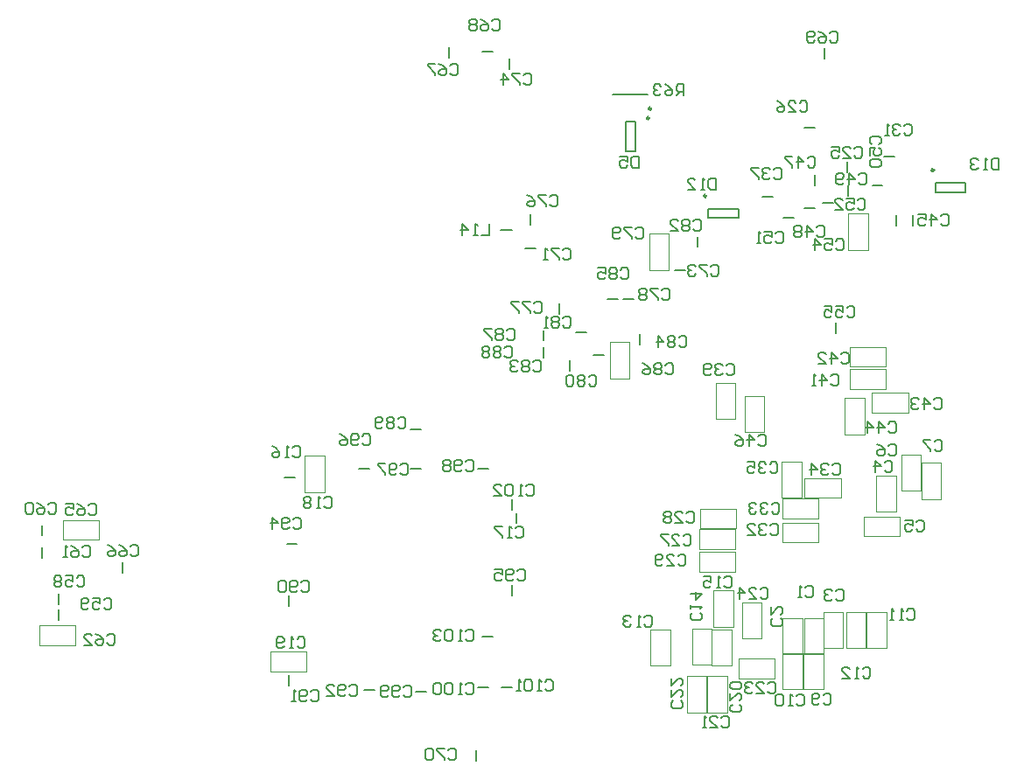
<source format=gbo>
G04*
G04 #@! TF.GenerationSoftware,Altium Limited,Altium Designer,18.0.12 (696)*
G04*
G04 Layer_Color=3150156*
%FSLAX44Y44*%
%MOMM*%
G71*
G01*
G75*
%ADD10C,0.2000*%
%ADD11C,0.2500*%
%ADD16C,0.1000*%
D10*
X1281750Y485000D02*
Y495000D01*
X1187000Y596250D02*
Y605250D01*
X1158000Y596250D02*
X1187000D01*
X1158000D02*
Y605250D01*
X1187000D01*
X1407000Y621250D02*
Y630250D01*
X1378000Y621250D02*
X1407000D01*
X1378000D02*
Y630250D01*
X1407000D01*
X529950Y222300D02*
Y232300D01*
Y207300D02*
Y217300D01*
X513500Y267500D02*
Y277500D01*
Y289000D02*
Y299000D01*
X591500Y253000D02*
Y263000D01*
X748250Y345500D02*
X758250D01*
X750250Y280750D02*
X760250D01*
X752500Y220750D02*
Y230750D01*
Y143750D02*
Y153750D01*
X825000Y139750D02*
X835000D01*
X875000Y138000D02*
X885000D01*
X933550Y71200D02*
Y81200D01*
X935250Y142000D02*
X945250D01*
X958250D02*
X968250D01*
X967750Y230750D02*
Y240750D01*
X939250Y191250D02*
X949250D01*
X968000Y313750D02*
Y323750D01*
X972460Y300750D02*
Y310750D01*
X935000Y354000D02*
X945000D01*
X870000Y353500D02*
X880000D01*
X869750Y391500D02*
X879750D01*
X957000Y585000D02*
X968000D01*
X985500Y590000D02*
Y600000D01*
X980750Y567000D02*
X990750D01*
X1047000Y463950D02*
X1057000D01*
X1024000Y448500D02*
Y458500D01*
X998250Y461250D02*
Y471250D01*
Y477750D02*
Y487750D01*
X1029750Y485500D02*
X1039750D01*
X1013750Y503500D02*
Y513500D01*
X1091750Y474000D02*
Y484000D01*
X1060500Y518250D02*
X1070500D01*
X1075750D02*
X1085750D01*
X1078250Y661000D02*
X1087250D01*
X1078250D02*
Y690000D01*
X1087250D01*
Y661000D02*
Y690000D01*
X1125550Y545884D02*
X1135550D01*
X1147750Y568250D02*
Y578250D01*
X1260750Y628000D02*
Y638000D01*
X1293000Y617750D02*
Y627750D01*
X1269000Y610750D02*
X1279000D01*
X1251050Y605550D02*
X1261050D01*
X1210550Y617300D02*
X1220550D01*
X1231000Y596750D02*
X1241000D01*
X1292000Y640750D02*
Y650750D01*
X1316550Y628050D02*
X1326550D01*
X1339550Y589050D02*
Y599050D01*
X1355550Y589050D02*
Y599050D01*
X1328250Y656000D02*
X1338250D01*
X1250800Y683800D02*
X1260800D01*
X939250Y757500D02*
X949250D01*
X906950Y751800D02*
Y761800D01*
X965700Y740800D02*
Y750800D01*
X1065500Y716250D02*
X1099500D01*
X1270000Y750500D02*
Y760500D01*
X820000Y353250D02*
X830000D01*
X1439250Y653997D02*
Y643000D01*
X1433752D01*
X1431919Y644833D01*
Y652164D01*
X1433752Y653997D01*
X1439250D01*
X1428254Y643000D02*
X1424588D01*
X1426421D01*
Y653997D01*
X1428254Y652164D01*
X1419090D02*
X1417257Y653997D01*
X1413592D01*
X1411759Y652164D01*
Y650331D01*
X1413592Y648498D01*
X1415424D01*
X1413592D01*
X1411759Y646665D01*
Y644833D01*
X1413592Y643000D01*
X1417257D01*
X1419090Y644833D01*
X1165500Y634996D02*
Y624000D01*
X1160002D01*
X1158169Y625833D01*
Y633164D01*
X1160002Y634996D01*
X1165500D01*
X1154504Y624000D02*
X1150838D01*
X1152671D01*
Y634996D01*
X1154504Y633164D01*
X1138009Y624000D02*
X1145340D01*
X1138009Y631331D01*
Y633164D01*
X1139842Y634996D01*
X1143507D01*
X1145340Y633164D01*
X755919Y373664D02*
X757752Y375496D01*
X761417D01*
X763250Y373664D01*
Y366333D01*
X761417Y364500D01*
X757752D01*
X755919Y366333D01*
X752253Y364500D02*
X748588D01*
X750421D01*
Y375496D01*
X752253Y373664D01*
X735759Y375496D02*
X739424Y373664D01*
X743090Y369998D01*
Y366333D01*
X741257Y364500D01*
X737592D01*
X735759Y366333D01*
Y368166D01*
X737592Y369998D01*
X743090D01*
X1292169Y509164D02*
X1294002Y510997D01*
X1297667D01*
X1299500Y509164D01*
Y501833D01*
X1297667Y500000D01*
X1294002D01*
X1292169Y501833D01*
X1281173Y510997D02*
X1288504D01*
Y505498D01*
X1284838Y507331D01*
X1283005D01*
X1281173Y505498D01*
Y501833D01*
X1283005Y500000D01*
X1286671D01*
X1288504Y501833D01*
X1270176Y510997D02*
X1277507D01*
Y505498D01*
X1273842Y507331D01*
X1272009D01*
X1270176Y505498D01*
Y501833D01*
X1272009Y500000D01*
X1275674D01*
X1277507Y501833D01*
X760419Y188914D02*
X762252Y190746D01*
X765917D01*
X767750Y188914D01*
Y181583D01*
X765917Y179750D01*
X762252D01*
X760419Y181583D01*
X756754Y179750D02*
X753088D01*
X754921D01*
Y190746D01*
X756754Y188914D01*
X747590Y181583D02*
X745757Y179750D01*
X742092D01*
X740259Y181583D01*
Y188914D01*
X742092Y190746D01*
X745757D01*
X747590Y188914D01*
Y187081D01*
X745757Y185248D01*
X740259D01*
X786419Y324664D02*
X788252Y326497D01*
X791917D01*
X793750Y324664D01*
Y317333D01*
X791917Y315500D01*
X788252D01*
X786419Y317333D01*
X782754Y315500D02*
X779088D01*
X780921D01*
Y326497D01*
X782754Y324664D01*
X773590D02*
X771757Y326497D01*
X768092D01*
X766259Y324664D01*
Y322831D01*
X768092Y320998D01*
X766259Y319165D01*
Y317333D01*
X768092Y315500D01*
X771757D01*
X773590Y317333D01*
Y319165D01*
X771757Y320998D01*
X773590Y322831D01*
Y324664D01*
X771757Y320998D02*
X768092D01*
X1251919Y238164D02*
X1253752Y239996D01*
X1257417D01*
X1259250Y238164D01*
Y230833D01*
X1257417Y229000D01*
X1253752D01*
X1251919Y230833D01*
X1248254Y229000D02*
X1244588D01*
X1246421D01*
Y239996D01*
X1248254Y238164D01*
X1227664Y208581D02*
X1229496Y206748D01*
Y203083D01*
X1227664Y201250D01*
X1220333D01*
X1218500Y203083D01*
Y206748D01*
X1220333Y208581D01*
X1218500Y219577D02*
Y212246D01*
X1225831Y219577D01*
X1227664D01*
X1229496Y217745D01*
Y214079D01*
X1227664Y212246D01*
X1281419Y235164D02*
X1283252Y236996D01*
X1286917D01*
X1288750Y235164D01*
Y227833D01*
X1286917Y226000D01*
X1283252D01*
X1281419Y227833D01*
X1277754Y235164D02*
X1275921Y236996D01*
X1272255D01*
X1270423Y235164D01*
Y233331D01*
X1272255Y231498D01*
X1274088D01*
X1272255D01*
X1270423Y229666D01*
Y227833D01*
X1272255Y226000D01*
X1275921D01*
X1277754Y227833D01*
X1328669Y359664D02*
X1330502Y361497D01*
X1334167D01*
X1336000Y359664D01*
Y352333D01*
X1334167Y350500D01*
X1330502D01*
X1328669Y352333D01*
X1319505Y350500D02*
Y361497D01*
X1325004Y355998D01*
X1317673D01*
X1359169Y302164D02*
X1361002Y303996D01*
X1364667D01*
X1366500Y302164D01*
Y294833D01*
X1364667Y293000D01*
X1361002D01*
X1359169Y294833D01*
X1348173Y303996D02*
X1355504D01*
Y298498D01*
X1351838Y300331D01*
X1350005D01*
X1348173Y298498D01*
Y294833D01*
X1350005Y293000D01*
X1353671D01*
X1355504Y294833D01*
X1332419Y375664D02*
X1334252Y377496D01*
X1337917D01*
X1339750Y375664D01*
Y368333D01*
X1337917Y366500D01*
X1334252D01*
X1332419Y368333D01*
X1321423Y377496D02*
X1325088Y375664D01*
X1328754Y371998D01*
Y368333D01*
X1326921Y366500D01*
X1323255D01*
X1321423Y368333D01*
Y370165D01*
X1323255Y371998D01*
X1328754D01*
X1376669Y379664D02*
X1378502Y381496D01*
X1382167D01*
X1384000Y379664D01*
Y372333D01*
X1382167Y370500D01*
X1378502D01*
X1376669Y372333D01*
X1373004Y381496D02*
X1365673D01*
Y379664D01*
X1373004Y372333D01*
Y370500D01*
X1269169Y134414D02*
X1271002Y136247D01*
X1274667D01*
X1276500Y134414D01*
Y127083D01*
X1274667Y125250D01*
X1271002D01*
X1269169Y127083D01*
X1265503D02*
X1263671Y125250D01*
X1260005D01*
X1258173Y127083D01*
Y134414D01*
X1260005Y136247D01*
X1263671D01*
X1265503Y134414D01*
Y132581D01*
X1263671Y130748D01*
X1258173D01*
X1243169Y133414D02*
X1245002Y135246D01*
X1248667D01*
X1250500Y133414D01*
Y126083D01*
X1248667Y124250D01*
X1245002D01*
X1243169Y126083D01*
X1239503Y124250D02*
X1235838D01*
X1237671D01*
Y135246D01*
X1239503Y133414D01*
X1230340D02*
X1228507Y135246D01*
X1224842D01*
X1223009Y133414D01*
Y126083D01*
X1224842Y124250D01*
X1228507D01*
X1230340Y126083D01*
Y133414D01*
X1350169Y215914D02*
X1352002Y217747D01*
X1355667D01*
X1357500Y215914D01*
Y208583D01*
X1355667Y206750D01*
X1352002D01*
X1350169Y208583D01*
X1346504Y206750D02*
X1342838D01*
X1344671D01*
Y217747D01*
X1346504Y215914D01*
X1337340Y206750D02*
X1333674D01*
X1335507D01*
Y217747D01*
X1337340Y215914D01*
X1307419Y159914D02*
X1309252Y161747D01*
X1312917D01*
X1314750Y159914D01*
Y152583D01*
X1312917Y150750D01*
X1309252D01*
X1307419Y152583D01*
X1303754Y150750D02*
X1300088D01*
X1301921D01*
Y161747D01*
X1303754Y159914D01*
X1287259Y150750D02*
X1294590D01*
X1287259Y158081D01*
Y159914D01*
X1289092Y161747D01*
X1292757D01*
X1294590Y159914D01*
X1096169Y209914D02*
X1098002Y211747D01*
X1101667D01*
X1103500Y209914D01*
Y202583D01*
X1101667Y200750D01*
X1098002D01*
X1096169Y202583D01*
X1092504Y200750D02*
X1088838D01*
X1090671D01*
Y211747D01*
X1092504Y209914D01*
X1083340D02*
X1081507Y211747D01*
X1077842D01*
X1076009Y209914D01*
Y208081D01*
X1077842Y206248D01*
X1079674D01*
X1077842D01*
X1076009Y204415D01*
Y202583D01*
X1077842Y200750D01*
X1081507D01*
X1083340Y202583D01*
X1149914Y214081D02*
X1151746Y212248D01*
Y208583D01*
X1149914Y206750D01*
X1142583D01*
X1140750Y208583D01*
Y212248D01*
X1142583Y214081D01*
X1140750Y217747D02*
Y221412D01*
Y219579D01*
X1151746D01*
X1149914Y217747D01*
X1140750Y232408D02*
X1151746D01*
X1146248Y226910D01*
Y234241D01*
X1173419Y247414D02*
X1175252Y249247D01*
X1178917D01*
X1180750Y247414D01*
Y240083D01*
X1178917Y238250D01*
X1175252D01*
X1173419Y240083D01*
X1169753Y238250D02*
X1166088D01*
X1167921D01*
Y249247D01*
X1169753Y247414D01*
X1153259Y249247D02*
X1160590D01*
Y243748D01*
X1156924Y245581D01*
X1155092D01*
X1153259Y243748D01*
Y240083D01*
X1155092Y238250D01*
X1158757D01*
X1160590Y240083D01*
X1188414Y125331D02*
X1190246Y123498D01*
Y119833D01*
X1188414Y118000D01*
X1181083D01*
X1179250Y119833D01*
Y123498D01*
X1181083Y125331D01*
X1179250Y136327D02*
Y128996D01*
X1186581Y136327D01*
X1188414D01*
X1190246Y134495D01*
Y130829D01*
X1188414Y128996D01*
Y139993D02*
X1190246Y141826D01*
Y145491D01*
X1188414Y147324D01*
X1181083D01*
X1179250Y145491D01*
Y141826D01*
X1181083Y139993D01*
X1188414D01*
X1170669Y111914D02*
X1172502Y113747D01*
X1176167D01*
X1178000Y111914D01*
Y104583D01*
X1176167Y102750D01*
X1172502D01*
X1170669Y104583D01*
X1159673Y102750D02*
X1167004D01*
X1159673Y110081D01*
Y111914D01*
X1161505Y113747D01*
X1165171D01*
X1167004Y111914D01*
X1156007Y102750D02*
X1152342D01*
X1154174D01*
Y113747D01*
X1156007Y111914D01*
X1131164Y128831D02*
X1132996Y126998D01*
Y123333D01*
X1131164Y121500D01*
X1123833D01*
X1122000Y123333D01*
Y126998D01*
X1123833Y128831D01*
X1122000Y139827D02*
Y132497D01*
X1129331Y139827D01*
X1131164D01*
X1132996Y137995D01*
Y134329D01*
X1131164Y132497D01*
X1122000Y150824D02*
Y143493D01*
X1129331Y150824D01*
X1131164D01*
X1132996Y148991D01*
Y145326D01*
X1131164Y143493D01*
X1215669Y145414D02*
X1217502Y147246D01*
X1221167D01*
X1223000Y145414D01*
Y138083D01*
X1221167Y136250D01*
X1217502D01*
X1215669Y138083D01*
X1204673Y136250D02*
X1212003D01*
X1204673Y143581D01*
Y145414D01*
X1206505Y147246D01*
X1210171D01*
X1212003Y145414D01*
X1201007D02*
X1199174Y147246D01*
X1195509D01*
X1193676Y145414D01*
Y143581D01*
X1195509Y141748D01*
X1197342D01*
X1195509D01*
X1193676Y139916D01*
Y138083D01*
X1195509Y136250D01*
X1199174D01*
X1201007Y138083D01*
X1299419Y663664D02*
X1301252Y665497D01*
X1304917D01*
X1306750Y663664D01*
Y656333D01*
X1304917Y654500D01*
X1301252D01*
X1299419Y656333D01*
X1288423Y654500D02*
X1295753D01*
X1288423Y661831D01*
Y663664D01*
X1290255Y665497D01*
X1293921D01*
X1295753Y663664D01*
X1277426Y665497D02*
X1284757D01*
Y659998D01*
X1281092Y661831D01*
X1279259D01*
X1277426Y659998D01*
Y656333D01*
X1279259Y654500D01*
X1282924D01*
X1284757Y656333D01*
X1246419Y707914D02*
X1248252Y709746D01*
X1251917D01*
X1253750Y707914D01*
Y700583D01*
X1251917Y698750D01*
X1248252D01*
X1246419Y700583D01*
X1235423Y698750D02*
X1242754D01*
X1235423Y706081D01*
Y707914D01*
X1237255Y709746D01*
X1240921D01*
X1242754Y707914D01*
X1224426Y709746D02*
X1228092Y707914D01*
X1231757Y704248D01*
Y700583D01*
X1229924Y698750D01*
X1226259D01*
X1224426Y700583D01*
Y702415D01*
X1226259Y704248D01*
X1231757D01*
X1133919Y288164D02*
X1135752Y289996D01*
X1139417D01*
X1141250Y288164D01*
Y280833D01*
X1139417Y279000D01*
X1135752D01*
X1133919Y280833D01*
X1122923Y279000D02*
X1130254D01*
X1122923Y286331D01*
Y288164D01*
X1124755Y289996D01*
X1128421D01*
X1130254Y288164D01*
X1119257Y289996D02*
X1111926D01*
Y288164D01*
X1119257Y280833D01*
Y279000D01*
X1136919Y310414D02*
X1138752Y312246D01*
X1142417D01*
X1144250Y310414D01*
Y303083D01*
X1142417Y301250D01*
X1138752D01*
X1136919Y303083D01*
X1125923Y301250D02*
X1133253D01*
X1125923Y308581D01*
Y310414D01*
X1127755Y312246D01*
X1131421D01*
X1133253Y310414D01*
X1122257D02*
X1120424Y312246D01*
X1116759D01*
X1114926Y310414D01*
Y308581D01*
X1116759Y306748D01*
X1114926Y304916D01*
Y303083D01*
X1116759Y301250D01*
X1120424D01*
X1122257Y303083D01*
Y304916D01*
X1120424Y306748D01*
X1122257Y308581D01*
Y310414D01*
X1120424Y306748D02*
X1116759D01*
X1128669Y268914D02*
X1130502Y270746D01*
X1134167D01*
X1136000Y268914D01*
Y261583D01*
X1134167Y259750D01*
X1130502D01*
X1128669Y261583D01*
X1117673Y259750D02*
X1125004D01*
X1117673Y267081D01*
Y268914D01*
X1119505Y270746D01*
X1123171D01*
X1125004Y268914D01*
X1114007Y261583D02*
X1112174Y259750D01*
X1108509D01*
X1106676Y261583D01*
Y268914D01*
X1108509Y270746D01*
X1112174D01*
X1114007Y268914D01*
Y267081D01*
X1112174Y265248D01*
X1106676D01*
X1347419Y685664D02*
X1349252Y687496D01*
X1352917D01*
X1354750Y685664D01*
Y678333D01*
X1352917Y676500D01*
X1349252D01*
X1347419Y678333D01*
X1343754Y685664D02*
X1341921Y687496D01*
X1338255D01*
X1336423Y685664D01*
Y683831D01*
X1338255Y681998D01*
X1340088D01*
X1338255D01*
X1336423Y680165D01*
Y678333D01*
X1338255Y676500D01*
X1341921D01*
X1343754Y678333D01*
X1332757Y676500D02*
X1329092D01*
X1330924D01*
Y687496D01*
X1332757Y685664D01*
X1217969Y298414D02*
X1219802Y300247D01*
X1223467D01*
X1225300Y298414D01*
Y291083D01*
X1223467Y289250D01*
X1219802D01*
X1217969Y291083D01*
X1214304Y298414D02*
X1212471Y300247D01*
X1208805D01*
X1206973Y298414D01*
Y296581D01*
X1208805Y294748D01*
X1210638D01*
X1208805D01*
X1206973Y292915D01*
Y291083D01*
X1208805Y289250D01*
X1212471D01*
X1214304Y291083D01*
X1195976Y289250D02*
X1203307D01*
X1195976Y296581D01*
Y298414D01*
X1197809Y300247D01*
X1201475D01*
X1203307Y298414D01*
X1219169Y319164D02*
X1221002Y320997D01*
X1224667D01*
X1226500Y319164D01*
Y311833D01*
X1224667Y310000D01*
X1221002D01*
X1219169Y311833D01*
X1215503Y319164D02*
X1213671Y320997D01*
X1210005D01*
X1208173Y319164D01*
Y317331D01*
X1210005Y315498D01*
X1211838D01*
X1210005D01*
X1208173Y313666D01*
Y311833D01*
X1210005Y310000D01*
X1213671D01*
X1215503Y311833D01*
X1204507Y319164D02*
X1202674Y320997D01*
X1199009D01*
X1197176Y319164D01*
Y317331D01*
X1199009Y315498D01*
X1200842D01*
X1199009D01*
X1197176Y313666D01*
Y311833D01*
X1199009Y310000D01*
X1202674D01*
X1204507Y311833D01*
X1278169Y356664D02*
X1280002Y358497D01*
X1283667D01*
X1285500Y356664D01*
Y349333D01*
X1283667Y347500D01*
X1280002D01*
X1278169Y349333D01*
X1274503Y356664D02*
X1272671Y358497D01*
X1269005D01*
X1267173Y356664D01*
Y354831D01*
X1269005Y352998D01*
X1270838D01*
X1269005D01*
X1267173Y351166D01*
Y349333D01*
X1269005Y347500D01*
X1272671D01*
X1274503Y349333D01*
X1258009Y347500D02*
Y358497D01*
X1263507Y352998D01*
X1256176D01*
X1217669Y358164D02*
X1219502Y359996D01*
X1223167D01*
X1225000Y358164D01*
Y350833D01*
X1223167Y349000D01*
X1219502D01*
X1217669Y350833D01*
X1214004Y358164D02*
X1212171Y359996D01*
X1208505D01*
X1206673Y358164D01*
Y356331D01*
X1208505Y354498D01*
X1210338D01*
X1208505D01*
X1206673Y352665D01*
Y350833D01*
X1208505Y349000D01*
X1212171D01*
X1214004Y350833D01*
X1195676Y359996D02*
X1203007D01*
Y354498D01*
X1199342Y356331D01*
X1197509D01*
X1195676Y354498D01*
Y350833D01*
X1197509Y349000D01*
X1201174D01*
X1203007Y350833D01*
X1221419Y643164D02*
X1223252Y644996D01*
X1226917D01*
X1228750Y643164D01*
Y635833D01*
X1226917Y634000D01*
X1223252D01*
X1221419Y635833D01*
X1217754Y643164D02*
X1215921Y644996D01*
X1212255D01*
X1210423Y643164D01*
Y641331D01*
X1212255Y639498D01*
X1214088D01*
X1212255D01*
X1210423Y637665D01*
Y635833D01*
X1212255Y634000D01*
X1215921D01*
X1217754Y635833D01*
X1206757Y644996D02*
X1199426D01*
Y643164D01*
X1206757Y635833D01*
Y634000D01*
X1175547Y453410D02*
X1177380Y455242D01*
X1181045D01*
X1182878Y453410D01*
Y446079D01*
X1181045Y444246D01*
X1177380D01*
X1175547Y446079D01*
X1171882Y453410D02*
X1170049Y455242D01*
X1166383D01*
X1164551Y453410D01*
Y451577D01*
X1166383Y449744D01*
X1168216D01*
X1166383D01*
X1164551Y447911D01*
Y446079D01*
X1166383Y444246D01*
X1170049D01*
X1171882Y446079D01*
X1160885D02*
X1159052Y444246D01*
X1155387D01*
X1153554Y446079D01*
Y453410D01*
X1155387Y455242D01*
X1159052D01*
X1160885Y453410D01*
Y451577D01*
X1159052Y449744D01*
X1153554D01*
X1276669Y443164D02*
X1278502Y444996D01*
X1282167D01*
X1284000Y443164D01*
Y435833D01*
X1282167Y434000D01*
X1278502D01*
X1276669Y435833D01*
X1267505Y434000D02*
Y444996D01*
X1273004Y439498D01*
X1265673D01*
X1262007Y434000D02*
X1258342D01*
X1260174D01*
Y444996D01*
X1262007Y443164D01*
X1286419Y464164D02*
X1288252Y465997D01*
X1291917D01*
X1293750Y464164D01*
Y456833D01*
X1291917Y455000D01*
X1288252D01*
X1286419Y456833D01*
X1277255Y455000D02*
Y465997D01*
X1282753Y460498D01*
X1275423D01*
X1264426Y455000D02*
X1271757D01*
X1264426Y462331D01*
Y464164D01*
X1266259Y465997D01*
X1269924D01*
X1271757Y464164D01*
X1376419Y420164D02*
X1378252Y421996D01*
X1381917D01*
X1383750Y420164D01*
Y412833D01*
X1381917Y411000D01*
X1378252D01*
X1376419Y412833D01*
X1367255Y411000D02*
Y421996D01*
X1372753Y416498D01*
X1365423D01*
X1361757Y420164D02*
X1359924Y421996D01*
X1356259D01*
X1354426Y420164D01*
Y418331D01*
X1356259Y416498D01*
X1358092D01*
X1356259D01*
X1354426Y414665D01*
Y412833D01*
X1356259Y411000D01*
X1359924D01*
X1361757Y412833D01*
X1332419Y397164D02*
X1334252Y398997D01*
X1337917D01*
X1339750Y397164D01*
Y389833D01*
X1337917Y388000D01*
X1334252D01*
X1332419Y389833D01*
X1323255Y388000D02*
Y398997D01*
X1328754Y393498D01*
X1321423D01*
X1312259Y388000D02*
Y398997D01*
X1317757Y393498D01*
X1310426D01*
X1383169Y598414D02*
X1385002Y600246D01*
X1388667D01*
X1390500Y598414D01*
Y591083D01*
X1388667Y589250D01*
X1385002D01*
X1383169Y591083D01*
X1374005Y589250D02*
Y600246D01*
X1379503Y594748D01*
X1372173D01*
X1361176Y600246D02*
X1368507D01*
Y594748D01*
X1364842Y596581D01*
X1363009D01*
X1361176Y594748D01*
Y591083D01*
X1363009Y589250D01*
X1366674D01*
X1368507Y591083D01*
X1206419Y384914D02*
X1208252Y386746D01*
X1211917D01*
X1213750Y384914D01*
Y377583D01*
X1211917Y375750D01*
X1208252D01*
X1206419Y377583D01*
X1197255Y375750D02*
Y386746D01*
X1202754Y381248D01*
X1195423D01*
X1184426Y386746D02*
X1188092Y384914D01*
X1191757Y381248D01*
Y377583D01*
X1189924Y375750D01*
X1186259D01*
X1184426Y377583D01*
Y379416D01*
X1186259Y381248D01*
X1191757D01*
X1253919Y654414D02*
X1255752Y656246D01*
X1259417D01*
X1261250Y654414D01*
Y647083D01*
X1259417Y645250D01*
X1255752D01*
X1253919Y647083D01*
X1244755Y645250D02*
Y656246D01*
X1250254Y650748D01*
X1242923D01*
X1239257Y656246D02*
X1231926D01*
Y654414D01*
X1239257Y647083D01*
Y645250D01*
X1262919Y586914D02*
X1264752Y588746D01*
X1268417D01*
X1270250Y586914D01*
Y579583D01*
X1268417Y577750D01*
X1264752D01*
X1262919Y579583D01*
X1253755Y577750D02*
Y588746D01*
X1259253Y583248D01*
X1251923D01*
X1248257Y586914D02*
X1246424Y588746D01*
X1242759D01*
X1240926Y586914D01*
Y585081D01*
X1242759Y583248D01*
X1240926Y581415D01*
Y579583D01*
X1242759Y577750D01*
X1246424D01*
X1248257Y579583D01*
Y581415D01*
X1246424Y583248D01*
X1248257Y585081D01*
Y586914D01*
X1246424Y583248D02*
X1242759D01*
X1303669Y637914D02*
X1305502Y639746D01*
X1309167D01*
X1311000Y637914D01*
Y630583D01*
X1309167Y628750D01*
X1305502D01*
X1303669Y630583D01*
X1294505Y628750D02*
Y639746D01*
X1300004Y634248D01*
X1292673D01*
X1289007Y630583D02*
X1287174Y628750D01*
X1283509D01*
X1281676Y630583D01*
Y637914D01*
X1283509Y639746D01*
X1287174D01*
X1289007Y637914D01*
Y636081D01*
X1287174Y634248D01*
X1281676D01*
X1315836Y667919D02*
X1314003Y669752D01*
Y673417D01*
X1315836Y675250D01*
X1323167D01*
X1325000Y673417D01*
Y669752D01*
X1323167Y667919D01*
X1314003Y656923D02*
Y664254D01*
X1319502D01*
X1317669Y660588D01*
Y658755D01*
X1319502Y656923D01*
X1323167D01*
X1325000Y658755D01*
Y662421D01*
X1323167Y664254D01*
X1315836Y653257D02*
X1314003Y651424D01*
Y647759D01*
X1315836Y645926D01*
X1323167D01*
X1325000Y647759D01*
Y651424D01*
X1323167Y653257D01*
X1315836D01*
X1223169Y581414D02*
X1225002Y583246D01*
X1228667D01*
X1230500Y581414D01*
Y574083D01*
X1228667Y572250D01*
X1225002D01*
X1223169Y574083D01*
X1212173Y583246D02*
X1219504D01*
Y577748D01*
X1215838Y579581D01*
X1214005D01*
X1212173Y577748D01*
Y574083D01*
X1214005Y572250D01*
X1217671D01*
X1219504Y574083D01*
X1208507Y572250D02*
X1204842D01*
X1206674D01*
Y583246D01*
X1208507Y581414D01*
X1302419Y613414D02*
X1304252Y615246D01*
X1307917D01*
X1309750Y613414D01*
Y606083D01*
X1307917Y604250D01*
X1304252D01*
X1302419Y606083D01*
X1291423Y615246D02*
X1298754D01*
Y609748D01*
X1295088Y611581D01*
X1293255D01*
X1291423Y609748D01*
Y606083D01*
X1293255Y604250D01*
X1296921D01*
X1298754Y606083D01*
X1280426Y604250D02*
X1287757D01*
X1280426Y611581D01*
Y613414D01*
X1282259Y615246D01*
X1285924D01*
X1287757Y613414D01*
X1281419Y574164D02*
X1283252Y575997D01*
X1286917D01*
X1288750Y574164D01*
Y566833D01*
X1286917Y565000D01*
X1283252D01*
X1281419Y566833D01*
X1270423Y575997D02*
X1277754D01*
Y570498D01*
X1274088Y572331D01*
X1272255D01*
X1270423Y570498D01*
Y566833D01*
X1272255Y565000D01*
X1275921D01*
X1277754Y566833D01*
X1261259Y565000D02*
Y575997D01*
X1266757Y570498D01*
X1259426D01*
X547169Y248164D02*
X549002Y249996D01*
X552667D01*
X554500Y248164D01*
Y240833D01*
X552667Y239000D01*
X549002D01*
X547169Y240833D01*
X536173Y249996D02*
X543504D01*
Y244498D01*
X539838Y246331D01*
X538005D01*
X536173Y244498D01*
Y240833D01*
X538005Y239000D01*
X541671D01*
X543504Y240833D01*
X532507Y248164D02*
X530674Y249996D01*
X527009D01*
X525176Y248164D01*
Y246331D01*
X527009Y244498D01*
X525176Y242666D01*
Y240833D01*
X527009Y239000D01*
X530674D01*
X532507Y240833D01*
Y242666D01*
X530674Y244498D01*
X532507Y246331D01*
Y248164D01*
X530674Y244498D02*
X527009D01*
X573419Y226664D02*
X575252Y228496D01*
X578917D01*
X580750Y226664D01*
Y219333D01*
X578917Y217500D01*
X575252D01*
X573419Y219333D01*
X562423Y228496D02*
X569753D01*
Y222998D01*
X566088Y224831D01*
X564255D01*
X562423Y222998D01*
Y219333D01*
X564255Y217500D01*
X567921D01*
X569753Y219333D01*
X558757D02*
X556924Y217500D01*
X553259D01*
X551426Y219333D01*
Y226664D01*
X553259Y228496D01*
X556924D01*
X558757Y226664D01*
Y224831D01*
X556924Y222998D01*
X551426D01*
X519419Y319164D02*
X521252Y320997D01*
X524917D01*
X526750Y319164D01*
Y311833D01*
X524917Y310000D01*
X521252D01*
X519419Y311833D01*
X508423Y320997D02*
X512088Y319164D01*
X515754Y315498D01*
Y311833D01*
X513921Y310000D01*
X510255D01*
X508423Y311833D01*
Y313666D01*
X510255Y315498D01*
X515754D01*
X504757Y319164D02*
X502924Y320997D01*
X499259D01*
X497426Y319164D01*
Y311833D01*
X499259Y310000D01*
X502924D01*
X504757Y311833D01*
Y319164D01*
X552419Y277414D02*
X554252Y279247D01*
X557917D01*
X559750Y277414D01*
Y270083D01*
X557917Y268250D01*
X554252D01*
X552419Y270083D01*
X541423Y279247D02*
X545088Y277414D01*
X548754Y273748D01*
Y270083D01*
X546921Y268250D01*
X543255D01*
X541423Y270083D01*
Y271915D01*
X543255Y273748D01*
X548754D01*
X537757Y268250D02*
X534092D01*
X535924D01*
Y279247D01*
X537757Y277414D01*
X576419Y192164D02*
X578252Y193997D01*
X581917D01*
X583750Y192164D01*
Y184833D01*
X581917Y183000D01*
X578252D01*
X576419Y184833D01*
X565423Y193997D02*
X569088Y192164D01*
X572753Y188498D01*
Y184833D01*
X570921Y183000D01*
X567255D01*
X565423Y184833D01*
Y186665D01*
X567255Y188498D01*
X572753D01*
X554426Y183000D02*
X561757D01*
X554426Y190331D01*
Y192164D01*
X556259Y193997D01*
X559924D01*
X561757Y192164D01*
X558419Y317914D02*
X560252Y319746D01*
X563917D01*
X565750Y317914D01*
Y310583D01*
X563917Y308750D01*
X560252D01*
X558419Y310583D01*
X547423Y319746D02*
X551088Y317914D01*
X554754Y314248D01*
Y310583D01*
X552921Y308750D01*
X549255D01*
X547423Y310583D01*
Y312416D01*
X549255Y314248D01*
X554754D01*
X536426Y319746D02*
X543757D01*
Y314248D01*
X540092Y316081D01*
X538259D01*
X536426Y314248D01*
Y310583D01*
X538259Y308750D01*
X541924D01*
X543757Y310583D01*
X598919Y277914D02*
X600752Y279746D01*
X604417D01*
X606250Y277914D01*
Y270583D01*
X604417Y268750D01*
X600752D01*
X598919Y270583D01*
X587923Y279746D02*
X591588Y277914D01*
X595253Y274248D01*
Y270583D01*
X593421Y268750D01*
X589755D01*
X587923Y270583D01*
Y272416D01*
X589755Y274248D01*
X595253D01*
X576926Y279746D02*
X580592Y277914D01*
X584257Y274248D01*
Y270583D01*
X582424Y268750D01*
X578759D01*
X576926Y270583D01*
Y272416D01*
X578759Y274248D01*
X584257D01*
X908419Y743914D02*
X910252Y745747D01*
X913917D01*
X915750Y743914D01*
Y736583D01*
X913917Y734750D01*
X910252D01*
X908419Y736583D01*
X897423Y745747D02*
X901088Y743914D01*
X904753Y740248D01*
Y736583D01*
X902921Y734750D01*
X899255D01*
X897423Y736583D01*
Y738416D01*
X899255Y740248D01*
X904753D01*
X893757Y745747D02*
X886426D01*
Y743914D01*
X893757Y736583D01*
Y734750D01*
X948669Y787164D02*
X950502Y788997D01*
X954167D01*
X956000Y787164D01*
Y779833D01*
X954167Y778000D01*
X950502D01*
X948669Y779833D01*
X937673Y788997D02*
X941338Y787164D01*
X945004Y783498D01*
Y779833D01*
X943171Y778000D01*
X939505D01*
X937673Y779833D01*
Y781665D01*
X939505Y783498D01*
X945004D01*
X934007Y787164D02*
X932174Y788997D01*
X928509D01*
X926676Y787164D01*
Y785331D01*
X928509Y783498D01*
X926676Y781665D01*
Y779833D01*
X928509Y778000D01*
X932174D01*
X934007Y779833D01*
Y781665D01*
X932174Y783498D01*
X934007Y785331D01*
Y787164D01*
X932174Y783498D02*
X928509D01*
X1275669Y775414D02*
X1277502Y777246D01*
X1281167D01*
X1283000Y775414D01*
Y768083D01*
X1281167Y766250D01*
X1277502D01*
X1275669Y768083D01*
X1264673Y777246D02*
X1268338Y775414D01*
X1272004Y771748D01*
Y768083D01*
X1270171Y766250D01*
X1266505D01*
X1264673Y768083D01*
Y769915D01*
X1266505Y771748D01*
X1272004D01*
X1261007Y768083D02*
X1259174Y766250D01*
X1255509D01*
X1253676Y768083D01*
Y775414D01*
X1255509Y777246D01*
X1259174D01*
X1261007Y775414D01*
Y773581D01*
X1259174Y771748D01*
X1253676D01*
X1017169Y564914D02*
X1019002Y566746D01*
X1022667D01*
X1024500Y564914D01*
Y557583D01*
X1022667Y555750D01*
X1019002D01*
X1017169Y557583D01*
X1013504Y566746D02*
X1006173D01*
Y564914D01*
X1013504Y557583D01*
Y555750D01*
X1002507D02*
X998842D01*
X1000674D01*
Y566746D01*
X1002507Y564914D01*
X1160419Y549414D02*
X1162252Y551246D01*
X1165917D01*
X1167750Y549414D01*
Y542083D01*
X1165917Y540250D01*
X1162252D01*
X1160419Y542083D01*
X1156753Y551246D02*
X1149423D01*
Y549414D01*
X1156753Y542083D01*
Y540250D01*
X1145757Y549414D02*
X1143924Y551246D01*
X1140259D01*
X1138426Y549414D01*
Y547581D01*
X1140259Y545748D01*
X1142092D01*
X1140259D01*
X1138426Y543915D01*
Y542083D01*
X1140259Y540250D01*
X1143924D01*
X1145757Y542083D01*
X979419Y734414D02*
X981252Y736246D01*
X984917D01*
X986750Y734414D01*
Y727083D01*
X984917Y725250D01*
X981252D01*
X979419Y727083D01*
X975753Y736246D02*
X968423D01*
Y734414D01*
X975753Y727083D01*
Y725250D01*
X959259D02*
Y736246D01*
X964757Y730748D01*
X957426D01*
X1004919Y616664D02*
X1006752Y618497D01*
X1010417D01*
X1012250Y616664D01*
Y609333D01*
X1010417Y607500D01*
X1006752D01*
X1004919Y609333D01*
X1001254Y618497D02*
X993923D01*
Y616664D01*
X1001254Y609333D01*
Y607500D01*
X982926Y618497D02*
X986592Y616664D01*
X990257Y612998D01*
Y609333D01*
X988424Y607500D01*
X984759D01*
X982926Y609333D01*
Y611166D01*
X984759Y612998D01*
X990257D01*
X989419Y513664D02*
X991252Y515496D01*
X994917D01*
X996750Y513664D01*
Y506333D01*
X994917Y504500D01*
X991252D01*
X989419Y506333D01*
X985754Y515496D02*
X978423D01*
Y513664D01*
X985754Y506333D01*
Y504500D01*
X974757Y515496D02*
X967426D01*
Y513664D01*
X974757Y506333D01*
Y504500D01*
X1112919Y526164D02*
X1114752Y527996D01*
X1118417D01*
X1120250Y526164D01*
Y518833D01*
X1118417Y517000D01*
X1114752D01*
X1112919Y518833D01*
X1109254Y527996D02*
X1101923D01*
Y526164D01*
X1109254Y518833D01*
Y517000D01*
X1098257Y526164D02*
X1096424Y527996D01*
X1092759D01*
X1090926Y526164D01*
Y524331D01*
X1092759Y522498D01*
X1090926Y520666D01*
Y518833D01*
X1092759Y517000D01*
X1096424D01*
X1098257Y518833D01*
Y520666D01*
X1096424Y522498D01*
X1098257Y524331D01*
Y526164D01*
X1096424Y522498D02*
X1092759D01*
X1087669Y585664D02*
X1089502Y587496D01*
X1093167D01*
X1095000Y585664D01*
Y578333D01*
X1093167Y576500D01*
X1089502D01*
X1087669Y578333D01*
X1084004Y587496D02*
X1076673D01*
Y585664D01*
X1084004Y578333D01*
Y576500D01*
X1073007Y578333D02*
X1071174Y576500D01*
X1067509D01*
X1065676Y578333D01*
Y585664D01*
X1067509Y587496D01*
X1071174D01*
X1073007Y585664D01*
Y583831D01*
X1071174Y581998D01*
X1065676D01*
X1042419Y442664D02*
X1044252Y444496D01*
X1047917D01*
X1049750Y442664D01*
Y435333D01*
X1047917Y433500D01*
X1044252D01*
X1042419Y435333D01*
X1038754Y442664D02*
X1036921Y444496D01*
X1033255D01*
X1031423Y442664D01*
Y440831D01*
X1033255Y438998D01*
X1031423Y437165D01*
Y435333D01*
X1033255Y433500D01*
X1036921D01*
X1038754Y435333D01*
Y437165D01*
X1036921Y438998D01*
X1038754Y440831D01*
Y442664D01*
X1036921Y438998D02*
X1033255D01*
X1027757Y442664D02*
X1025924Y444496D01*
X1022259D01*
X1020426Y442664D01*
Y435333D01*
X1022259Y433500D01*
X1025924D01*
X1027757Y435333D01*
Y442664D01*
X1017419Y499414D02*
X1019252Y501246D01*
X1022917D01*
X1024750Y499414D01*
Y492083D01*
X1022917Y490250D01*
X1019252D01*
X1017419Y492083D01*
X1013754Y499414D02*
X1011921Y501246D01*
X1008255D01*
X1006423Y499414D01*
Y497581D01*
X1008255Y495748D01*
X1006423Y493915D01*
Y492083D01*
X1008255Y490250D01*
X1011921D01*
X1013754Y492083D01*
Y493915D01*
X1011921Y495748D01*
X1013754Y497581D01*
Y499414D01*
X1011921Y495748D02*
X1008255D01*
X1002757Y490250D02*
X999092D01*
X1000924D01*
Y501246D01*
X1002757Y499414D01*
X1143419Y592914D02*
X1145252Y594747D01*
X1148917D01*
X1150750Y592914D01*
Y585583D01*
X1148917Y583750D01*
X1145252D01*
X1143419Y585583D01*
X1139753Y592914D02*
X1137921Y594747D01*
X1134255D01*
X1132423Y592914D01*
Y591081D01*
X1134255Y589248D01*
X1132423Y587416D01*
Y585583D01*
X1134255Y583750D01*
X1137921D01*
X1139753Y585583D01*
Y587416D01*
X1137921Y589248D01*
X1139753Y591081D01*
Y592914D01*
X1137921Y589248D02*
X1134255D01*
X1121426Y583750D02*
X1128757D01*
X1121426Y591081D01*
Y592914D01*
X1123259Y594747D01*
X1126924D01*
X1128757Y592914D01*
X988669Y456664D02*
X990502Y458496D01*
X994167D01*
X996000Y456664D01*
Y449333D01*
X994167Y447500D01*
X990502D01*
X988669Y449333D01*
X985004Y456664D02*
X983171Y458496D01*
X979505D01*
X977673Y456664D01*
Y454831D01*
X979505Y452998D01*
X977673Y451166D01*
Y449333D01*
X979505Y447500D01*
X983171D01*
X985004Y449333D01*
Y451166D01*
X983171Y452998D01*
X985004Y454831D01*
Y456664D01*
X983171Y452998D02*
X979505D01*
X974007Y456664D02*
X972174Y458496D01*
X968509D01*
X966676Y456664D01*
Y454831D01*
X968509Y452998D01*
X970342D01*
X968509D01*
X966676Y451166D01*
Y449333D01*
X968509Y447500D01*
X972174D01*
X974007Y449333D01*
X1129419Y480414D02*
X1131252Y482247D01*
X1134917D01*
X1136750Y480414D01*
Y473083D01*
X1134917Y471250D01*
X1131252D01*
X1129419Y473083D01*
X1125754Y480414D02*
X1123921Y482247D01*
X1120255D01*
X1118423Y480414D01*
Y478581D01*
X1120255Y476748D01*
X1118423Y474916D01*
Y473083D01*
X1120255Y471250D01*
X1123921D01*
X1125754Y473083D01*
Y474916D01*
X1123921Y476748D01*
X1125754Y478581D01*
Y480414D01*
X1123921Y476748D02*
X1120255D01*
X1109259Y471250D02*
Y482247D01*
X1114757Y476748D01*
X1107426D01*
X1073169Y546164D02*
X1075002Y547996D01*
X1078667D01*
X1080500Y546164D01*
Y538833D01*
X1078667Y537000D01*
X1075002D01*
X1073169Y538833D01*
X1069504Y546164D02*
X1067671Y547996D01*
X1064005D01*
X1062173Y546164D01*
Y544331D01*
X1064005Y542498D01*
X1062173Y540666D01*
Y538833D01*
X1064005Y537000D01*
X1067671D01*
X1069504Y538833D01*
Y540666D01*
X1067671Y542498D01*
X1069504Y544331D01*
Y546164D01*
X1067671Y542498D02*
X1064005D01*
X1051176Y547996D02*
X1058507D01*
Y542498D01*
X1054842Y544331D01*
X1053009D01*
X1051176Y542498D01*
Y538833D01*
X1053009Y537000D01*
X1056674D01*
X1058507Y538833D01*
X1116669Y453914D02*
X1118502Y455746D01*
X1122167D01*
X1124000Y453914D01*
Y446583D01*
X1122167Y444750D01*
X1118502D01*
X1116669Y446583D01*
X1113003Y453914D02*
X1111171Y455746D01*
X1107505D01*
X1105673Y453914D01*
Y452081D01*
X1107505Y450248D01*
X1105673Y448415D01*
Y446583D01*
X1107505Y444750D01*
X1111171D01*
X1113003Y446583D01*
Y448415D01*
X1111171Y450248D01*
X1113003Y452081D01*
Y453914D01*
X1111171Y450248D02*
X1107505D01*
X1094676Y455746D02*
X1098342Y453914D01*
X1102007Y450248D01*
Y446583D01*
X1100174Y444750D01*
X1096509D01*
X1094676Y446583D01*
Y448415D01*
X1096509Y450248D01*
X1102007D01*
X963169Y487414D02*
X965002Y489246D01*
X968667D01*
X970500Y487414D01*
Y480083D01*
X968667Y478250D01*
X965002D01*
X963169Y480083D01*
X959503Y487414D02*
X957671Y489246D01*
X954005D01*
X952173Y487414D01*
Y485581D01*
X954005Y483748D01*
X952173Y481916D01*
Y480083D01*
X954005Y478250D01*
X957671D01*
X959503Y480083D01*
Y481916D01*
X957671Y483748D01*
X959503Y485581D01*
Y487414D01*
X957671Y483748D02*
X954005D01*
X948507Y489246D02*
X941176D01*
Y487414D01*
X948507Y480083D01*
Y478250D01*
X960919Y470414D02*
X962752Y472247D01*
X966417D01*
X968250Y470414D01*
Y463083D01*
X966417Y461250D01*
X962752D01*
X960919Y463083D01*
X957254Y470414D02*
X955421Y472247D01*
X951755D01*
X949923Y470414D01*
Y468581D01*
X951755Y466748D01*
X949923Y464916D01*
Y463083D01*
X951755Y461250D01*
X955421D01*
X957254Y463083D01*
Y464916D01*
X955421Y466748D01*
X957254Y468581D01*
Y470414D01*
X955421Y466748D02*
X951755D01*
X946257Y470414D02*
X944424Y472247D01*
X940759D01*
X938926Y470414D01*
Y468581D01*
X940759Y466748D01*
X938926Y464916D01*
Y463083D01*
X940759Y461250D01*
X944424D01*
X946257Y463083D01*
Y464916D01*
X944424Y466748D01*
X946257Y468581D01*
Y470414D01*
X944424Y466748D02*
X940759D01*
X857669Y401914D02*
X859502Y403746D01*
X863167D01*
X865000Y401914D01*
Y394583D01*
X863167Y392750D01*
X859502D01*
X857669Y394583D01*
X854004Y401914D02*
X852171Y403746D01*
X848505D01*
X846673Y401914D01*
Y400081D01*
X848505Y398248D01*
X846673Y396415D01*
Y394583D01*
X848505Y392750D01*
X852171D01*
X854004Y394583D01*
Y396415D01*
X852171Y398248D01*
X854004Y400081D01*
Y401914D01*
X852171Y398248D02*
X848505D01*
X843007Y394583D02*
X841174Y392750D01*
X837509D01*
X835676Y394583D01*
Y401914D01*
X837509Y403746D01*
X841174D01*
X843007Y401914D01*
Y400081D01*
X841174Y398248D01*
X835676D01*
X764169Y243164D02*
X766002Y244996D01*
X769667D01*
X771500Y243164D01*
Y235833D01*
X769667Y234000D01*
X766002D01*
X764169Y235833D01*
X760504D02*
X758671Y234000D01*
X755005D01*
X753173Y235833D01*
Y243164D01*
X755005Y244996D01*
X758671D01*
X760504Y243164D01*
Y241331D01*
X758671Y239498D01*
X753173D01*
X749507Y243164D02*
X747674Y244996D01*
X744009D01*
X742176Y243164D01*
Y235833D01*
X744009Y234000D01*
X747674D01*
X749507Y235833D01*
Y243164D01*
X773419Y137414D02*
X775252Y139247D01*
X778917D01*
X780750Y137414D01*
Y130083D01*
X778917Y128250D01*
X775252D01*
X773419Y130083D01*
X769754D02*
X767921Y128250D01*
X764255D01*
X762423Y130083D01*
Y137414D01*
X764255Y139247D01*
X767921D01*
X769754Y137414D01*
Y135581D01*
X767921Y133748D01*
X762423D01*
X758757Y128250D02*
X755092D01*
X756924D01*
Y139247D01*
X758757Y137414D01*
X810919Y142914D02*
X812752Y144746D01*
X816417D01*
X818250Y142914D01*
Y135583D01*
X816417Y133750D01*
X812752D01*
X810919Y135583D01*
X807254D02*
X805421Y133750D01*
X801755D01*
X799923Y135583D01*
Y142914D01*
X801755Y144746D01*
X805421D01*
X807254Y142914D01*
Y141081D01*
X805421Y139248D01*
X799923D01*
X788926Y133750D02*
X796257D01*
X788926Y141081D01*
Y142914D01*
X790759Y144746D01*
X794424D01*
X796257Y142914D01*
X756419Y304414D02*
X758252Y306246D01*
X761917D01*
X763750Y304414D01*
Y297083D01*
X761917Y295250D01*
X758252D01*
X756419Y297083D01*
X752754D02*
X750921Y295250D01*
X747255D01*
X745423Y297083D01*
Y304414D01*
X747255Y306246D01*
X750921D01*
X752754Y304414D01*
Y302581D01*
X750921Y300748D01*
X745423D01*
X736259Y295250D02*
Y306246D01*
X741757Y300748D01*
X734426D01*
X973419Y254414D02*
X975252Y256246D01*
X978917D01*
X980750Y254414D01*
Y247083D01*
X978917Y245250D01*
X975252D01*
X973419Y247083D01*
X969754D02*
X967921Y245250D01*
X964255D01*
X962423Y247083D01*
Y254414D01*
X964255Y256246D01*
X967921D01*
X969754Y254414D01*
Y252581D01*
X967921Y250748D01*
X962423D01*
X951426Y256246D02*
X958757D01*
Y250748D01*
X955092Y252581D01*
X953259D01*
X951426Y250748D01*
Y247083D01*
X953259Y245250D01*
X956924D01*
X958757Y247083D01*
X823503Y385338D02*
X825336Y387170D01*
X829001D01*
X830834Y385338D01*
Y378007D01*
X829001Y376174D01*
X825336D01*
X823503Y378007D01*
X819838D02*
X818005Y376174D01*
X814339D01*
X812507Y378007D01*
Y385338D01*
X814339Y387170D01*
X818005D01*
X819838Y385338D01*
Y383505D01*
X818005Y381672D01*
X812507D01*
X801510Y387170D02*
X805176Y385338D01*
X808841Y381672D01*
Y378007D01*
X807008Y376174D01*
X803343D01*
X801510Y378007D01*
Y379840D01*
X803343Y381672D01*
X808841D01*
X860169Y356664D02*
X862002Y358497D01*
X865667D01*
X867500Y356664D01*
Y349333D01*
X865667Y347500D01*
X862002D01*
X860169Y349333D01*
X856504D02*
X854671Y347500D01*
X851005D01*
X849173Y349333D01*
Y356664D01*
X851005Y358497D01*
X854671D01*
X856504Y356664D01*
Y354831D01*
X854671Y352998D01*
X849173D01*
X845507Y358497D02*
X838176D01*
Y356664D01*
X845507Y349333D01*
Y347500D01*
X923419Y360414D02*
X925252Y362246D01*
X928917D01*
X930750Y360414D01*
Y353083D01*
X928917Y351250D01*
X925252D01*
X923419Y353083D01*
X919754D02*
X917921Y351250D01*
X914255D01*
X912423Y353083D01*
Y360414D01*
X914255Y362246D01*
X917921D01*
X919754Y360414D01*
Y358581D01*
X917921Y356748D01*
X912423D01*
X908757Y360414D02*
X906924Y362246D01*
X903259D01*
X901426Y360414D01*
Y358581D01*
X903259Y356748D01*
X901426Y354916D01*
Y353083D01*
X903259Y351250D01*
X906924D01*
X908757Y353083D01*
Y354916D01*
X906924Y356748D01*
X908757Y358581D01*
Y360414D01*
X906924Y356748D02*
X903259D01*
X863169Y141914D02*
X865002Y143746D01*
X868667D01*
X870500Y141914D01*
Y134583D01*
X868667Y132750D01*
X865002D01*
X863169Y134583D01*
X859503D02*
X857671Y132750D01*
X854005D01*
X852173Y134583D01*
Y141914D01*
X854005Y143746D01*
X857671D01*
X859503Y141914D01*
Y140081D01*
X857671Y138248D01*
X852173D01*
X848507Y134583D02*
X846674Y132750D01*
X843009D01*
X841176Y134583D01*
Y141914D01*
X843009Y143746D01*
X846674D01*
X848507Y141914D01*
Y140081D01*
X846674Y138248D01*
X841176D01*
X923419Y144164D02*
X925252Y145997D01*
X928917D01*
X930750Y144164D01*
Y136833D01*
X928917Y135000D01*
X925252D01*
X923419Y136833D01*
X919754Y135000D02*
X916088D01*
X917921D01*
Y145997D01*
X919754Y144164D01*
X910590D02*
X908757Y145997D01*
X905092D01*
X903259Y144164D01*
Y136833D01*
X905092Y135000D01*
X908757D01*
X910590Y136833D01*
Y144164D01*
X899593D02*
X897761Y145997D01*
X894095D01*
X892262Y144164D01*
Y136833D01*
X894095Y135000D01*
X897761D01*
X899593Y136833D01*
Y144164D01*
X1000169Y147414D02*
X1002002Y149247D01*
X1005667D01*
X1007500Y147414D01*
Y140083D01*
X1005667Y138250D01*
X1002002D01*
X1000169Y140083D01*
X996504Y138250D02*
X992838D01*
X994671D01*
Y149247D01*
X996504Y147414D01*
X987340D02*
X985507Y149247D01*
X981842D01*
X980009Y147414D01*
Y140083D01*
X981842Y138250D01*
X985507D01*
X987340Y140083D01*
Y147414D01*
X976343Y138250D02*
X972678D01*
X974511D01*
Y149247D01*
X976343Y147414D01*
X981919Y336664D02*
X983752Y338497D01*
X987417D01*
X989250Y336664D01*
Y329333D01*
X987417Y327500D01*
X983752D01*
X981919Y329333D01*
X978253Y327500D02*
X974588D01*
X976421D01*
Y338497D01*
X978253Y336664D01*
X969090D02*
X967257Y338497D01*
X963592D01*
X961759Y336664D01*
Y329333D01*
X963592Y327500D01*
X967257D01*
X969090Y329333D01*
Y336664D01*
X950762Y327500D02*
X958093D01*
X950762Y334831D01*
Y336664D01*
X952595Y338497D01*
X956261D01*
X958093Y336664D01*
X923419Y195914D02*
X925252Y197746D01*
X928917D01*
X930750Y195914D01*
Y188583D01*
X928917Y186750D01*
X925252D01*
X923419Y188583D01*
X919754Y186750D02*
X916088D01*
X917921D01*
Y197746D01*
X919754Y195914D01*
X910590D02*
X908757Y197746D01*
X905092D01*
X903259Y195914D01*
Y188583D01*
X905092Y186750D01*
X908757D01*
X910590Y188583D01*
Y195914D01*
X899593D02*
X897761Y197746D01*
X894095D01*
X892262Y195914D01*
Y194081D01*
X894095Y192248D01*
X895928D01*
X894095D01*
X892262Y190415D01*
Y188583D01*
X894095Y186750D01*
X897761D01*
X899593Y188583D01*
X971419Y295664D02*
X973252Y297496D01*
X976917D01*
X978750Y295664D01*
Y288333D01*
X976917Y286500D01*
X973252D01*
X971419Y288333D01*
X967754Y286500D02*
X964088D01*
X965921D01*
Y297496D01*
X967754Y295664D01*
X958590Y297496D02*
X951259D01*
Y295664D01*
X958590Y288333D01*
Y286500D01*
X1090750Y656246D02*
Y645250D01*
X1085252D01*
X1083419Y647083D01*
Y654414D01*
X1085252Y656246D01*
X1090750D01*
X1072423D02*
X1079753D01*
Y650748D01*
X1076088Y652581D01*
X1074255D01*
X1072423Y650748D01*
Y647083D01*
X1074255Y645250D01*
X1077921D01*
X1079753Y647083D01*
X945750Y590496D02*
Y579500D01*
X938419D01*
X934754D02*
X931088D01*
X932921D01*
Y590496D01*
X934754Y588664D01*
X920092Y579500D02*
Y590496D01*
X925590Y584998D01*
X918259D01*
X1134250Y714750D02*
Y725747D01*
X1128752D01*
X1126919Y723914D01*
Y720248D01*
X1128752Y718416D01*
X1134250D01*
X1130584D02*
X1126919Y714750D01*
X1115923Y725747D02*
X1119588Y723914D01*
X1123254Y720248D01*
Y716583D01*
X1121421Y714750D01*
X1117755D01*
X1115923Y716583D01*
Y718416D01*
X1117755Y720248D01*
X1123254D01*
X1112257Y723914D02*
X1110424Y725747D01*
X1106759D01*
X1104926Y723914D01*
Y722081D01*
X1106759Y720248D01*
X1108592D01*
X1106759D01*
X1104926Y718416D01*
Y716583D01*
X1106759Y714750D01*
X1110424D01*
X1112257Y716583D01*
X906419Y80664D02*
X908252Y82497D01*
X911917D01*
X913750Y80664D01*
Y73333D01*
X911917Y71500D01*
X908252D01*
X906419Y73333D01*
X902754Y82497D02*
X895423D01*
Y80664D01*
X902754Y73333D01*
Y71500D01*
X891757Y80664D02*
X889924Y82497D01*
X886259D01*
X884426Y80664D01*
Y73333D01*
X886259Y71500D01*
X889924D01*
X891757Y73333D01*
Y80664D01*
X1208419Y236664D02*
X1210252Y238496D01*
X1213917D01*
X1215750Y236664D01*
Y229333D01*
X1213917Y227500D01*
X1210252D01*
X1208419Y229333D01*
X1197423Y227500D02*
X1204753D01*
X1197423Y234831D01*
Y236664D01*
X1199255Y238496D01*
X1202921D01*
X1204753Y236664D01*
X1188259Y227500D02*
Y238496D01*
X1193757Y232998D01*
X1186426D01*
D11*
X1156250Y617750D02*
G03*
X1156250Y617750I-1250J0D01*
G01*
X1376250Y642750D02*
G03*
X1376250Y642750I-1250J0D01*
G01*
X1101000Y693000D02*
G03*
X1101000Y693000I-1250J0D01*
G01*
X1102750Y702250D02*
G03*
X1102750Y702250I-1250J0D01*
G01*
D16*
X1295050Y452300D02*
Y471300D01*
X1330050D01*
Y452300D02*
Y471300D01*
X1295050Y452300D02*
X1330050D01*
X1295050Y431050D02*
Y450050D01*
X1330050D01*
Y431050D02*
Y450050D01*
X1295050Y431050D02*
X1330050D01*
X1290050Y421800D02*
X1309050D01*
Y386800D02*
Y421800D01*
X1290050Y386800D02*
X1309050D01*
X1290050D02*
Y421800D01*
X1351281Y408068D02*
Y427068D01*
X1316281Y408068D02*
X1351281D01*
X1316281D02*
Y427068D01*
X1351281D01*
X1193000Y389250D02*
X1212000D01*
X1193000D02*
Y424250D01*
X1212000D01*
Y389250D02*
Y424250D01*
X1269250Y179750D02*
X1288250D01*
X1269250D02*
Y214750D01*
X1288250D01*
Y179750D02*
Y214750D01*
X510950Y182800D02*
Y201800D01*
X545950D01*
Y182800D02*
Y201800D01*
X510950Y182800D02*
X545950D01*
X568500Y285000D02*
Y304000D01*
X533500Y285000D02*
X568500D01*
X533500D02*
Y304000D01*
X568500D01*
X1102250Y162750D02*
X1121250D01*
X1102250D02*
Y197750D01*
X1121250D01*
Y162750D02*
Y197750D01*
X1157250Y152750D02*
X1176250D01*
Y117750D02*
Y152750D01*
X1157250Y117750D02*
X1176250D01*
X1157250D02*
Y152750D01*
X1137250Y152750D02*
X1156250D01*
Y117750D02*
Y152750D01*
X1137250Y117750D02*
X1156250D01*
X1137250D02*
Y152750D01*
X1161250Y162750D02*
X1180250D01*
X1161250D02*
Y197750D01*
X1180250D01*
Y162750D02*
Y197750D01*
X1142250Y163750D02*
X1161250D01*
X1142250D02*
Y198750D01*
X1161250D01*
Y163750D02*
Y198750D01*
X1222250Y150750D02*
Y169750D01*
X1187250Y150750D02*
X1222250D01*
X1187250D02*
Y169750D01*
X1222250D01*
X1250300Y175050D02*
X1269300D01*
Y140050D02*
Y175050D01*
X1250300Y140050D02*
X1269300D01*
X1250300D02*
Y175050D01*
X1230050D02*
X1249050D01*
Y140050D02*
Y175050D01*
X1230050Y140050D02*
X1249050D01*
X1230050D02*
Y175050D01*
X1250550Y209050D02*
X1269550D01*
Y174050D02*
Y209050D01*
X1250550Y174050D02*
X1269550D01*
X1250550D02*
Y209050D01*
X1230050Y208800D02*
X1249050D01*
Y173800D02*
Y208800D01*
X1230050Y173800D02*
X1249050D01*
X1230050D02*
Y208800D01*
X1291250Y179750D02*
X1310250D01*
X1291250D02*
Y214750D01*
X1310250D01*
Y179750D02*
Y214750D01*
X1311250Y179750D02*
X1330250D01*
X1311250D02*
Y214750D01*
X1330250D01*
Y179750D02*
Y214750D01*
X1163250Y235750D02*
X1182250D01*
Y200750D02*
Y235750D01*
X1163250Y200750D02*
X1182250D01*
X1163250D02*
Y235750D01*
X1209800Y189050D02*
Y224050D01*
X1190800D02*
X1209800D01*
X1190800Y189050D02*
Y224050D01*
Y189050D02*
X1209800D01*
X1308519Y288232D02*
Y307232D01*
X1343519D01*
Y288232D02*
Y307232D01*
X1308519Y288232D02*
X1343519D01*
X1364068Y324319D02*
X1383068D01*
X1364068D02*
Y359319D01*
X1383068D01*
Y324319D02*
Y359319D01*
X1320500Y347250D02*
X1339500D01*
Y312250D02*
Y347250D01*
X1320500Y312250D02*
X1339500D01*
X1320500D02*
Y347250D01*
X1344500Y332250D02*
X1363500D01*
X1344500D02*
Y367250D01*
X1363500D01*
Y332250D02*
Y367250D01*
X1229050Y360800D02*
X1248050D01*
Y325800D02*
Y360800D01*
X1229050Y325800D02*
X1248050D01*
X1229050D02*
Y360800D01*
X1286300Y325550D02*
Y344550D01*
X1251300Y325550D02*
X1286300D01*
X1251300D02*
Y344550D01*
X1286300D01*
X1264550Y305550D02*
Y324550D01*
X1229550Y305550D02*
X1264550D01*
X1229550D02*
Y324550D01*
X1264550D01*
Y282500D02*
Y301500D01*
X1229550Y282500D02*
X1264550D01*
X1229550D02*
Y301500D01*
X1264550D01*
X1149300Y254050D02*
Y273050D01*
X1184300D01*
Y254050D02*
Y273050D01*
X1149300Y254050D02*
X1184300D01*
X1185050Y295800D02*
Y314800D01*
X1150050Y295800D02*
X1185050D01*
X1150050D02*
Y314800D01*
X1185050D01*
X1184050Y275800D02*
Y294800D01*
X1149050Y275800D02*
X1184050D01*
X1149050D02*
Y294800D01*
X1184050D01*
X1063000Y476000D02*
X1082000D01*
Y441000D02*
Y476000D01*
X1063000Y441000D02*
X1082000D01*
X1063000D02*
Y476000D01*
X1100750Y546000D02*
X1119750D01*
X1100750D02*
Y581000D01*
X1119750D01*
Y546000D02*
Y581000D01*
X1293500Y565500D02*
X1312500D01*
X1293500D02*
Y600500D01*
X1312500D01*
Y565500D02*
Y600500D01*
X769250Y157250D02*
Y176250D01*
X734250Y157250D02*
X769250D01*
X734250D02*
Y176250D01*
X769250D01*
X786750Y331000D02*
Y366000D01*
X767750D02*
X786750D01*
X767750Y331000D02*
Y366000D01*
Y331000D02*
X786750D01*
X1184300Y401550D02*
Y436550D01*
X1165300D02*
X1184300D01*
X1165300Y401550D02*
Y436550D01*
Y401550D02*
X1184300D01*
M02*

</source>
